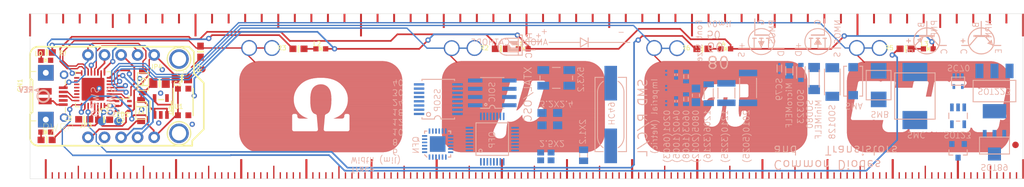
<source format=kicad_pcb>
(kicad_pcb (version 20211014) (generator pcbnew)
  (layers (0 "F.Cu" signal) (1 "In1.Cu" signal) (2 "In2.Cu" signal) (3 "In3.Cu" signal) (4 "In4.Cu" signal) (5 "In5.Cu" signal) (6 "In6.Cu" signal) (7 "In7.Cu" signal) (8 "In8.Cu" signal) (9 "In9.Cu" signal) (10 "In10.Cu" signal) (11 "In11.Cu" signal) (12 "In12.Cu" signal) (13 "In13.Cu" signal) (14 "In14.Cu" signal) (31 "B.Cu" signal) (34 "B.Paste" user) (35 "F.Paste" user) (36 "B.SilkS" user "B.Silkscreen") (37 "F.SilkS" user "F.Silkscreen") (38 "B.Mask" user) (39 "F.Mask" user) (44 "Edge.Cuts" user))
  (net 0 "")
  (net 1 "GND")
  (net 2 "D+")
  (net 3 "D-")
  (net 4 "VBUS")
  (net 5 "N$6")
  (net 6 "VBAT")
  (net 7 "VOUT")
  (net 8 "~{RESET}")
  (net 9 "3.3V")
  (net 10 "N$3")
  (net 11 "N$4")
  (net 12 "D1_A0_PA02")
  (net 13 "N$1")
  (net 14 "VDDCORE")
  (net 15 "DOTSTAR_DATA")
  (net 16 "LED")
  (net 17 "D0_A4_PA08_SDA")
  (net 18 "DOTSTAR_CLOCK")
  (net 19 "D4_A2_PA06_TXD_MOSI")
  (net 20 "D3_A3_PA07_RXD_SCK")
  (net 21 "D2_A1_PA09_SCL_MISO")
  (net 22 "CAP3")
  (net 23 "CAP2")
  (net 24 "CAP1")
  (net 25 "CAP0")
  (net 26 "LED5")
  (net 27 "LED4")
  (net 28 "LED7")
  (net 29 "LED6")
  (net 30 "N$10")
  (net 31 "N$11")
  (net 32 "N$12")
  (net 33 "N$13")
  (footprint "boardEagle:0603-NO" (layer "F.Cu") (at 144.5641 97.7138 180)
    (fp_text reference "R2")
    (fp_text value "2.2K")
  )
  (footprint "boardEagle:EDGE-INCHES-TENTH" (layer "F.Cu") (at 123.1011 92.3036)
    (fp_text reference "E$19" hide)
    (fp_text value "" hide)
  )
  (footprint "boardEagle:1X05_ROUND_70" (layer "F.Cu") (at 86.2711 111.3282)
    (fp_text reference "JP3")
    (fp_text value "")
  )
  (footprint "boardEagle:1X05_ROUND_70" (layer "F.Cu") (at 86.2711 98.6536 180)
    (fp_text reference "JP4")
    (fp_text value "")
  )
  (footprint "boardEagle:CHIPLED_0603_NOOUTLINE" (layer "F.Cu") (at 74.7141 110.5281 -90)
    (fp_text reference "PWR0")
    (fp_text value "green")
  )
  (footprint "boardEagle:CHIPLED_0603_NOOUTLINE" (layer "F.Cu") (at 179.0827 97.7138 -90)
    (fp_text reference "L4")
    (fp_text value "green")
  )
  (footprint "boardEagle:TRINKET_M0_TOP" (layer "F.Cu") (at 98.9711 112.6236 90)
    (fp_text reference "U$20" hide)
    (fp_text value "" hide)
  )
  (footprint "boardEagle:EDGE-MILLIMETERS" (layer "F.Cu") (at 214.7141 117.7036)
    (fp_text reference "E$15" hide)
    (fp_text value "" hide)
  )
  (footprint "boardEagle:EDGE-INCHES-TENTH" (layer "F.Cu") (at 199.3011 92.3036)
    (fp_text reference "E$22" hide)
    (fp_text value "" hide)
  )
  (footprint "boardEagle:0603-NO" (layer "F.Cu") (at 175.5013 97.7138 180)
    (fp_text reference "R6")
    (fp_text value "10K")
  )
  (footprint "boardEagle:EDGE-MILLIMETERS" (layer "F.Cu") (at 144.7141 117.7036)
    (fp_text reference "E$8" hide)
    (fp_text value "" hide)
  )
  (footprint "boardEagle:APA102_2020" (layer "F.Cu") (at 86.6013 106.507282 180)
    (fp_text reference "LED1")
    (fp_text value "AP102-2020")
  )
  (footprint "boardEagle:4UCONN_20329_NARROW" (layer "F.Cu") (at 76.6191 105.0036 -90)
    (fp_text reference "CN1")
    (fp_text value "4U#20329")
  )
  (footprint "boardEagle:FIDUCIAL_1MM" (layer "F.Cu") (at 98.7425 100.8507 90)
    (fp_text reference "U$6" hide)
    (fp_text value "FIDUCIAL_1MM" hide)
  )
  (footprint "boardEagle:EDGE-MILLIMETERS" (layer "F.Cu") (at 94.7141 117.7036)
    (fp_text reference "E$3" hide)
    (fp_text value "" hide)
  )
  (footprint "boardEagle:EDGE-MILLIMETERS" (layer "F.Cu") (at 134.7141 117.7036)
    (fp_text reference "E$7" hide)
    (fp_text value "" hide)
  )
  (footprint "boardEagle:EDGE-MILLIMETERS" (layer "F.Cu") (at 174.7141 117.7036)
    (fp_text reference "E$11" hide)
    (fp_text value "" hide)
  )
  (footprint "boardEagle:MOUNTINGHOLE_2.0_PLATED" (layer "F.Cu") (at 95.1611 99.2886 90)
    (fp_text reference "U$9" hide)
    (fp_text value "MOUNTINGHOLE2.0" hide)
  )
  (footprint "boardEagle:0805-NO" (layer "F.Cu") (at 95.6056 102.2731)
    (fp_text reference "C8")
    (fp_text value "10uF")
  )
  (footprint "boardEagle:0603-NO" (layer "F.Cu") (at 113.4999 97.7138 180)
    (fp_text reference "R3")
    (fp_text value "2.2K")
  )
  (footprint "boardEagle:CHIPLED_0603_NOOUTLINE" (layer "F.Cu") (at 147.9931 97.7138 -90)
    (fp_text reference "L1")
    (fp_text value "yellow")
  )
  (footprint "boardEagle:PYRULER_TOP" (layer "F.Cu") (at 72.3011 117.7036)
    (fp_text reference "U$14" hide)
    (fp_text value "" hide)
  )
  (footprint "boardEagle:CHIPLED_0603_NOOUTLINE" (layer "F.Cu") (at 74.7141 99.4791 -90)
    (fp_text reference "L0")
    (fp_text value "red")
  )
  (footprint "boardEagle:CHIPLED_0603_NOOUTLINE" (layer "F.Cu") (at 116.9289 97.7138 -90)
    (fp_text reference "L2")
    (fp_text value "red")
  )
  (footprint "boardEagle:0603-NO" (layer "F.Cu") (at 98.4631 98.1456 -90)
    (fp_text reference "R7")
    (fp_text value "2M")
  )
  (footprint "boardEagle:EDGE-MILLIMETERS" (layer "F.Cu") (at 84.7141 117.7036)
    (fp_text reference "E$2" hide)
    (fp_text value "" hide)
  )
  (footprint "boardEagle:FIDUCIAL_1MM" (layer "F.Cu") (at 223.5581 112.4966)
    (fp_text reference "U$1" hide)
    (fp_text value "FIDUCIAL_1MM" hide)
  )
  (footprint "boardEagle:CHIPLED_0603_NOOUTLINE" (layer "F.Cu") (at 210.1723 97.7138 -90)
    (fp_text reference "L3")
    (fp_text value "blue")
  )
  (footprint "boardEagle:EDGE-MILLIMETERS" (layer "F.Cu") (at 164.7141 117.7036)
    (fp_text reference "E$10" hide)
    (fp_text value "" hide)
  )
  (footprint "boardEagle:0603-NO" (layer "F.Cu") (at 80.6196 108.5596 180)
    (fp_text reference "C3")
    (fp_text value "1uF")
  )
  (footprint "" (layer "F.Cu") (at 78.7781 111.0996)
    (fp_text reference "@HOLE0" hide)
    (fp_text value "")
  )
  (footprint "" (layer "F.Cu") (at 78.7781 98.9076)
    (fp_text reference "@HOLE1" hide)
    (fp_text value "")
  )
  (footprint "boardEagle:EDGE-MILLIMETERS" (layer "F.Cu") (at 114.7141 117.7036)
    (fp_text reference "E$5" hide)
    (fp_text value "" hide)
  )
  (footprint "boardEagle:EDGE-MILLIMETERS" (layer "F.Cu") (at 74.7141 117.7036)
    (fp_text reference "E$1" hide)
    (fp_text value "" hide)
  )
  (footprint "boardEagle:0603-NO" (layer "F.Cu") (at 74.8665 98.2726)
    (fp_text reference "R1")
    (fp_text value "2.2K")
  )
  (footprint "boardEagle:MOUNTINGHOLE_2.0_PLATED" (layer "F.Cu") (at 95.1611 110.7186 90)
    (fp_text reference "U$8" hide)
    (fp_text value "MOUNTINGHOLE2.0" hide)
  )
  (footprint "boardEagle:EDGE-INCHES-TENTH" (layer "F.Cu") (at 173.9011 92.3036)
    (fp_text reference "E$21" hide)
    (fp_text value "" hide)
  )
  (footprint "boardEagle:SOD-123FL" (layer "F.Cu") (at 89.6366 102.7684 90)
    (fp_text reference "D2")
    (fp_text value "SCHOTTKY")
  )
  (footprint "boardEagle:SOD-123FL" (layer "F.Cu") (at 89.3572 107.2134 -90)
    (fp_text reference "D3")
    (fp_text value "SCHOTTKY")
  )
  (footprint "boardEagle:QFN32_5MM" (layer "F.Cu") (at 81.96834 103.931719 180)
    (fp_text reference "IC3")
    (fp_text value "ATSAMD21E")
  )
  (footprint "boardEagle:EDGE-INCHES-TENTH" (layer "F.Cu") (at 148.5011 92.3036)
    (fp_text reference "E$20" hide)
    (fp_text value "" hide)
  )
  (footprint "boardEagle:EDGE-MILLIMETERS" (layer "F.Cu") (at 184.7141 117.7036)
    (fp_text reference "E$12" hide)
    (fp_text value "" hide)
  )
  (footprint "boardEagle:0603-NO" (layer "F.Cu") (at 206.6925 97.7138 180)
    (fp_text reference "R5")
    (fp_text value "10K")
  )
  (footprint "boardEagle:EDGE-MILLIMETERS" (layer "F.Cu") (at 104.7141 117.7036)
    (fp_text reference "E$4" hide)
    (fp_text value "" hide)
  )
  (footprint "boardEagle:EDGE-INCHES-TENTH" (layer "F.Cu") (at 97.7011 92.3036)
    (fp_text reference "E$18" hide)
    (fp_text value "" hide)
  )
  (footprint "boardEagle:BTN_KMR2_4.6X2.8" (layer "F.Cu") (at 95.801181 105.8926 90)
    (fp_text reference "Q2")
    (fp_text value "reset")
  )
  (footprint "boardEagle:SOT23-5" (layer "F.Cu") (at 92.3671 106.5911)
    (fp_text reference "U1")
    (fp_text value "AP2112K-3.3")
  )
  (footprint "boardEagle:EDGE-MILLIMETERS" (layer "F.Cu") (at 124.7141 117.7036)
    (fp_text reference "E$6" hide)
    (fp_text value "" hide)
  )
  (footprint "boardEagle:0603-NO" (layer "F.Cu") (at 74.8411 111.7346)
    (fp_text reference "R4")
    (fp_text value "10K")
  )
  (footprint "boardEagle:0603-NO" (layer "F.Cu") (at 83.6676 108.6231)
    (fp_text reference "C2")
    (fp_text value "1uF")
  )
  (footprint "boardEagle:EDGE-MILLIMETERS" (layer "F.Cu") (at 204.7141 117.7036)
    (fp_text reference "E$14" hide)
    (fp_text value "" hide)
  )
  (footprint "boardEagle:EDGE-INCHES-TENTH" (layer "F.Cu") (at 72.3011 92.3036)
    (fp_text reference "E$17" hide)
    (fp_text value "" hide)
  )
  (footprint "boardEagle:EDGE-MILLIMETERS" (layer "F.Cu") (at 194.7141 117.7036)
    (fp_text reference "E$13" hide)
    (fp_text value "" hide)
  )
  (footprint "boardEagle:EDGE-MILLIMETERS" (layer "F.Cu") (at 154.7141 117.7036)
    (fp_text reference "E$9" hide)
    (fp_text value "" hide)
  )
  (footprint "boardEagle:0805-NO" (layer "F.Cu") (at 92.1766 102.9716)
    (fp_text reference "C1")
    (fp_text value "10uF")
  )
  (footprint "boardEagle:SOD-323" (layer "B.Cu") (at 190.6143 101.346 90)
    (fp_text reference "E$48" hide)
    (fp_text value "" hide)
  )
  (footprint "boardEagle:HC49UP" (layer "B.Cu") (at 161.4297 107.823 -90)
    (fp_text reference "E$39" hide)
    (fp_text value "" hide)
  )
  (footprint "boardEagle:SMB-DIODE" (layer "B.Cu") (at 202.5523 103.3018 -90)
    (fp_text reference "E$44" hide)
    (fp_text value "" hide)
  )
  (footprint "boardEagle:PCBFEAT-REV-040" (layer "B.Cu") (at 74.3331 105.0036)
    (fp_text reference "U$7" hide)
    (fp_text value "" hide)
  )
  (footprint "boardEagle:PMOS-SYMB" (layer "B.Cu") (at 184.5437 96.5962 -90)
    (fp_text reference "E$51" hide)
    (fp_text value "" hide)
  )
  (footprint "boardEagle:NMOS-SYMB" (layer "B.Cu") (at 193.2305 96.5962 -90)
    (fp_text reference "E$50" hide)
    (fp_text value "" hide)
  )
  (footprint "boardEagle:CRYSTAL-SMD-5X3.2" (layer "B.Cu") (at 153.0731 102.1842 180)
    (fp_text reference "E$36" hide)
    (fp_text value "" hide)
  )
  (footprint "boardEagle:TSSOP16" (layer "B.Cu") (at 134.8613 105.5116 90)
    (fp_text reference "E$56" hide)
    (fp_text value "" hide)
  )
  (footprint "boardEagle:0402" (layer "B.Cu") (at 171.4627 101.7016 -90)
    (fp_text reference "E$61" hide)
    (fp_text value "" hide)
  )
  (footprint "boardEagle:SOD80C" (layer "B.Cu") (at 192.6463 102.2858 -90)
    (fp_text reference "E$49" hide)
    (fp_text value "" hide)
  )
  (footprint "boardEagle:PNP-SYMB" (layer "B.Cu") (at 209.9437 96.4946 -90)
    (fp_text reference "E$59" hide)
    (fp_text value "" hide)
  )
  (footprint "boardEagle:0603" (layer "B.Cu") (at 172.9867 105.4608 -90)
    (fp_text reference "E$24" hide)
    (fp_text value "" hide)
  )
  (footprint "boardEagle:QFN-24" (layer "B.Cu") (at 134.8613 112.3696)
    (fp_text reference "E$55" hide)
    (fp_text value "" hide)
  )
  (footprint "boardEagle:SC79_INFINEON" (layer "B.Cu") (at 187.3123 100.7364 -90)
    (fp_text reference "E$42" hide)
    (fp_text value "" hide)
  )
  (footprint "boardEagle:1210" (layer "B.Cu") (at 179.1843 104.521 90)
    (fp_text reference "E$27" hide)
    (fp_text value "" hide)
  )
  (footprint "boardEagle:B1,27" (layer "B.Cu") (at 85.8266 108.8771 -90)
    (fp_text reference "SWD0")
    (fp_text value "TPB1,27")
  )
  (footprint "boardEagle:DIODE-SYMB" (layer "B.Cu") (at 157.3657 97.2312)
    (fp_text reference "E$52" hide)
    (fp_text value "" hide)
  )
  (footprint "boardEagle:SMA-DIODE" (layer "B.Cu") (at 198.6407 102.6922 90)
    (fp_text reference "E$43" hide)
    (fp_text value "" hide)
  )
  (footprint "boardEagle:SOD-128" (layer "B.Cu") (at 195.4403 102.8192 -90)
    (fp_text reference "E$47" hide)
    (fp_text value "" hide)
  )
  (footprint "boardEagle:SC70" (layer "B.Cu") (at 214.7443 102.6922)
    (fp_text reference "E$35" hide)
    (fp_text value "" hide)
  )
  (footprint "boardEagle:SOT223" (layer "B.Cu") (at 220.3323 104.2162)
    (fp_text reference "E$31" hide)
    (fp_text value "" hide)
  )
  (footprint "boardEagle:0603" (layer "B.Cu") (at 172.9867 101.981 -90)
    (fp_text reference "E$62" hide)
    (fp_text value "" hide)
  )
  (footprint "boardEagle:0201" (layer "B.Cu") (at 169.9387 101.3968 -90)
    (fp_text reference "E$60" hide)
    (fp_text value "" hide)
  )
  (footprint "boardEagle:TQFP32-5MM" (layer "B.Cu") (at 143.2433 111.6076)
    (fp_text reference "E$58" hide)
    (fp_text value "" hide)
  )
  (footprint "boardEagle:0805" (layer "B.Cu") (at 174.5107 104.8766 -90)
    (fp_text reference "E$25" hide)
    (fp_text value "" hide)
  )
  (footprint "boardEagle:XTAL-2X1.2" (layer "B.Cu") (at 157.2641 114.0968 -90)
    (fp_text reference "E$40" hide)
    (fp_text value "" hide)
  )
  (footprint "boardEagle:0201" (layer "B.Cu") (at 169.9387 106.0704 -90)
    (fp_text reference "E$16" hide)
    (fp_text value "" hide)
  )
  (footprint "boardEagle:SOT23-5" (layer "B.Cu") (at 214.7443 108.0262)
    (fp_text reference "E$33" hide)
    (fp_text value "" hide)
  )
  (footprint "boardEagle:SMC" (layer "B.Cu") (at 208.1149 104.9782 -90)
    (fp_text reference "E$45" hide)
    (fp_text value "" hide)
  )
  (footprint "boardEagle:1206" (layer "B.Cu") (at 176.4665 104.6226 -90)
    (fp_text reference "E$26" hide)
    (fp_text value "" hide)
  )
  (footprint "boardEagle:MICROMELF-R" (layer "B.Cu") (at 188.8363 101.092 -90)
    (fp_text reference "E$41" hide)
    (fp_text value "" hide)
  )
  (footprint "boardEagle:CRYSTAL-SMD-2.5X2" (layer "B.Cu") (at 151.4729 114.2746 180)
    (fp_text reference "E$38" hide)
    (fp_text value "" hide)
  )
  (footprint "boardEagle:SO08" (layer "B.Cu") (at 143.2433 104.4956 90)
    (fp_text reference "E$57" hide)
    (fp_text value "" hide)
  )
  (footprint "boardEagle:SOT89" (layer "B.Cu") (at 220.3323 112.5982)
    (fp_text reference "E$32" hide)
    (fp_text value "" hide)
  )
  (footprint "boardEagle:2010" (layer "B.Cu") (at 182.5117 103.7336 -90)
    (fp_text reference "E$28" hide)
    (fp_text value "" hide)
  )
  (footprint "boardEagle:CRYSTAL-SMD-3.2X2.5" (layer "B.Cu") (at 152.0825 108.5342 180)
    (fp_text reference "E$37" hide)
    (fp_text value "" hide)
  )
  (footprint "boardEagle:SOT23-3" (layer "B.Cu") (at 214.7443 113.3602)
    (fp_text reference "E$34" hide)
    (fp_text value "" hide)
  )
  (footprint "boardEagle:0201" (layer "B.Cu") (at 169.9387 103.7336 -90)
    (fp_text reference "E$63" hide)
    (fp_text value "" hide)
  )
  (footprint "boardEagle:NPN-SYMB" (layer "B.Cu") (at 218.3003 96.4946 -90)
    (fp_text reference "E$54" hide)
    (fp_text value "" hide)
  )
  (footprint "boardEagle:PYRULER_BOTTOM" (layer "B.Cu") (at 72.3011 92.3036)
    (fp_text reference "U$2" hide)
    (fp_text value "" hide)
  )
  (footprint "boardEagle:0402" (layer "B.Cu") (at 171.4627 105.7656 -90)
    (fp_text reference "E$23" hide)
    (fp_text value "" hide)
  )
  (footprint "boardEagle:B1,27" (layer "B.Cu") (at 83.3247 108.8771 -90)
    (fp_text reference "SWC0")
    (fp_text value "TPB1,27")
  )
  (footprint "boardEagle:LED-GUIDE" (layer "B.Cu") (at 147.8407 97.6884 -90)
    (fp_text reference "E$53" hide)
    (fp_text value "" hide)
  )
  (gr_line (start 72.3011 111.3536) (end 72.3011 107.7976) (layer "F.SilkS") (width 0.254))
  (gr_arc (start 73.5711 112.6236) (mid 72.673074 112.251626) (end 72.3011 111.3536) (layer "F.SilkS") (width 0.254))
  (gr_line (start 73.5711 97.3836) (end 96.6851 97.3836) (layer "F.SilkS") (width 0.254))
  (gr_line (start 97.4471 101.4476) (end 98.9711 102.9716) (layer "F.SilkS") (width 0.254))
  (gr_line (start 72.6821 107.4166) (end 72.6821 102.5906) (layer "F.SilkS") (width 0.254))
  (gr_line (start 72.3011 102.2096) (end 72.3011 98.6536) (layer "F.SilkS") (width 0.254))
  (gr_line (start 72.3011 107.7976) (end 72.6821 107.4166) (layer "F.SilkS") (width 0.254))
  (gr_arc (start 72.3011 98.6536) (mid 72.673074 97.755574) (end 73.5711 97.3836) (layer "F.SilkS") (width 0.254))
  (gr_line (start 96.6851 97.3836) (end 97.4471 98.1456) (layer "F.SilkS") (width 0.254))
  (gr_line (start 97.4471 98.1456) (end 97.4471 101.4476) (layer "F.SilkS") (width 0.254))
  (gr_line (start 98.9711 102.9716) (end 98.9711 110.0836) (layer "F.SilkS") (width 0.254))
  (gr_line (start 97.1931 111.8616) (end 97.1931 112.6236) (layer "F.SilkS") (width 0.254))
  (gr_line (start 72.6821 102.5906) (end 72.3011 102.2096) (layer "F.SilkS") (width 0.254))
  (gr_line (start 97.1931 112.6236) (end 73.5711 112.6236) (layer "F.SilkS") (width 0.254))
  (gr_line (start 98.9711 110.0836) (end 97.1931 111.8616) (layer "F.SilkS") (width 0.254))
  (gr_line (start 224.7011 117.7036) (end 72.3011 117.7036) (layer "Edge.Cuts") (width 0.05))
  (gr_line (start 72.3011 102.2096) (end 72.3011 92.3036) (layer "Edge.Cuts") (width 0.05))
  (gr_line (start 72.6821 107.4166) (end 72.6821 102.5906) (layer "Edge.Cuts") (width 0.05))
  (gr_line (start 224.7011 92.3036) (end 224.7011 117.7036) (layer "Edge.Cuts") (width 0.05))
  (gr_line (start 72.3011 92.3036) (end 224.7011 92.3036) (layer "Edge.Cuts") (width 0.05))
  (gr_line (start 72.6821 102.5906) (end 72.3011 102.2096) (layer "Edge.Cuts") (width 0.05))
  (gr_line (start 72.3011 107.7976) (end 72.6821 107.4166) (layer "Edge.Cuts") (width 0.05))
  (gr_line (start 72.3011 117.7036) (end 72.3011 107.7976) (layer "Edge.Cuts") (width 0.05))
  (gr_text "SOIC" (at 143.7513 102.7176 -270) (layer "B.SilkS") (effects (font (size 0.9144 0.9144) (thickness 0.1016)) (justify left bottom mirror)))
  (gr_text "40" (at 127.8255 102.362 -180) (layer "B.SilkS") (effects (font (size 0.9144 0.9144) (thickness 0.1016)) (justify left bottom mirror)))
  (gr_text "QFP" (at 143.7513 110.3376 -270) (layer "B.SilkS") (effects (font (size 0.9144 0.9144) (thickness 0.1016)) (justify left bottom mirror)))
  (gr_text "Common Diodes\nand    Transistors" (at 186.2963 112.522 -180) (layer "B.SilkS") (effects (font (size 1.3716 1.3716) (thickness 0.1524)) (justify left bottom mirror)))
  (gr_text "Imperial (Metric)" (at 168.6687 102.2096 -270) (layer "B.SilkS") (effects (font (size 0.9144 0.9144) (thickness 0.1016)) (justify left bottom mirror)))
  (gr_text "SMC" (at 206.8449 110.4138 -180) (layer "B.SilkS") (effects (font (size 0.9144 0.9144) (thickness 0.1016)) (justify left bottom mirror)))
  (gr_text "2010(5025)" (at 182.7911 107.0356 -270) (layer "B.SilkS") (effects (font (size 0.9144 0.9144) (thickness 0.1016)) (justify left bottom mirror)))
  (gr_text "24" (at 127.8255 105.41 -180) (layer "B.SilkS") (effects (font (size 0.9144 0.9144) (thickness 0.1016)) (justify left bottom mirror)))
  (gr_text "2.5X2" (at 150.3807 111.7346 -180) (layer "B.SilkS") (effects (font (size 0.9144 0.9144) (thickness 0.1016)) (justify left bottom mirror)))
  (gr_text "SMB" (at 201.2569 107.2388 -180) (layer "B.SilkS") (effects (font (size 0.9144 0.9144) (thickness 0.1016)) (justify left bottom mirror)))
  (gr_text "SOD80" (at 192.5193 105.4608 -270) (layer "B.SilkS") (effects (font (size 0.9144 0.9144) (thickness 0.1016)) (justify left bottom mirror)))
  (gr_text "SOD323" (at 191.1223 103.8352 -270) (layer "B.SilkS") (effects (font (size 0.9144 0.9144) (thickness 0.1016)) (justify left bottom mirror)))
  (gr_text "30" (at 127.8255 103.886 -180) (layer "B.SilkS") (effects (font (size 0.9144 0.9144) (thickness 0.1016)) (justify left bottom mirror)))
  (gr_text "5X3.2" (at 157.3911 100.4062 -270) (layer "B.SilkS") (effects (font (size 0.9144 0.9144) (thickness 0.1016)) (justify left bottom mirror)))
  (gr_text "12" (at 127.8255 108.458 -180) (layer "B.SilkS") (effects (font (size 0.9144 0.9144) (thickness 0.1016)) (justify left bottom mirror)))
  (gr_text "HC49" (at 160.9725 109.5502 -90) (layer "B.SilkS") (effects (font (size 0.9144 0.9144) (thickness 0.1016)) (justify left bottom mirror)))
  (gr_text "SC79" (at 187.8203 102.108 -270) (layer "B.SilkS") (effects (font (size 0.9144 0.9144) (thickness 0.1016)) (justify left bottom mirror)))
  (gr_text "MicroMELF" (at 189.3443 102.8192 -270) (layer "B.SilkS") (effects (font (size 0.9144 0.9144) (thickness 0.1016)) (justify left bottom mirror)))
  (gr_text "SOD128" (at 195.9483 106.2228 -270) (layer "B.SilkS") (effects (font (size 0.9144 0.9144) (thickness 0.1016)) (justify left bottom mirror)))
  (gr_text "SMD R/C/L" (at 167.1447 102.2096 -270) (layer "B.SilkS") (effects (font (size 1.3716 1.3716) (thickness 0.1524)) (justify left bottom mirror)))
  (gr_text "10" (at 127.8255 109.982 -180) (layer "B.SilkS") (effects (font (size 0.9144 0.9144) (thickness 0.1016)) (justify left bottom mirror)))
  (gr_text "0201(0603)\n0402(1005)\n0603(1608)\n0805(2012)" (at 175.0187 107.0356 -270) (layer "B.SilkS") (effects (font (size 0.9144 0.9144) (thickness 0.1016)) (justify left bottom mirror)))
  (gr_text "SOT89" (at 218.1225 115.3922 -180) (layer "B.SilkS") (effects (font (size 0.9144 0.9144) (thickness 0.1016)) (justify left bottom mirror)))
  (gr_text "50" (at 176.0601 94.8436 -180) (layer "B.SilkS") (effects (font (size 1.143 1.143) (thickness 0.127)) (justify left bottom mirror)))
  (gr_text "40mil" (at 176.0601 93.2942 -180) (layer "B.SilkS") (effects (font (size 0.9144 0.9144) (thickness 0.1016)) (justify left bottom mirror)))
  (gr_text "60" (at 176.0601 96.6216 -180) (layer "B.SilkS") (effects (font (size 1.3716 1.3716) (thickness 0.1524)) (justify left bottom mirror)))
  (gr_text "1206(3216)" (at 176.7967 107.0356 -270) (layer "B.SilkS") (effects (font (size 0.9144 0.9144) (thickness 0.1016)) (justify left bottom mirror)))
  (gr_text "SC70" (at 212.9917 100.1014 -180) (layer "B.SilkS") (effects (font (size 0.9144 0.9144) (thickness 0.1016)) (justify left bottom mirror)))
  (gr_text "SOT223" (at 217.6653 103.7082 -180) (layer "B.SilkS") (effects (font (size 0.9144 0.9144) (thickness 0.1016)) (justify left bottom mirror)))
  (gr_text "SOT23" (at 212.4583 110.4138 -180) (layer "B.SilkS") (effects (font (size 0.9144 0.9144) (thickness 0.1016)) (justify left bottom mirror)))
  (gr_text "8" (at 127.8255 111.506 -180) (layer "B.SilkS") (effects (font (size 0.9144 0.9144) (thickness 0.1016)) (justify left bottom mirror)))
  (gr_text "2X1.2" (at 157.6705 108.458 -270) (layer "B.SilkS") (effects (font (size 0.9144 0.9144) (thickness 0.1016)) (justify left bottom mirror)))
  (gr_text "80" (at 176.0601 98.6536 -180) (layer "B.SilkS") (effects (font (size 1.8288 1.8288) (thickness 0.2032)) (justify left bottom mirror)))
  (gr_text "SSOP" (at 135.3693 103.7336 -270) (layer "B.SilkS") (effects (font (size 0.9144 0.9144) (thickness 0.1016)) (justify left bottom mirror)))
  (gr_text "XTAL/OSC" (at 149.3901 100.3808 -270) (layer "B.SilkS") (effects (font (size 1.143 1.143) (thickness 0.127)) (justify left bottom mirror)))
  (gr_text "6" (at 127.8255 113.03 -180) (layer "B.SilkS") (effects (font (size 0.9144 0.9144) (thickness 0.1016)) (justify left bottom mirror)))
  (gr_text "1210(3225)" (at 179.4891 107.0356 -270) (layer "B.SilkS") (effects (font (size 0.9144 0.9144) (thickness 0.1016)) (justify left bottom mirror)))
  (gr_text "SMA" (at 197.3453 105.9688 -180) (layer "B.SilkS") (effects (font (size 0.9144 0.9144) (thickness 0.1016)) (justify left bottom mirror)))
  (gr_text "MiniMELF" (at 193.8401 105.4608 -270) (layer "B.SilkS") (effects (font (size 0.9144 0.9144) (thickness 0.1016)) (justify left bottom mirror)))
  (gr_text "QFN" (at 132.0673 111.0996 -270) (layer "B.SilkS") (effects (font (size 0.9144 0.9144) (thickness 0.1016)) (justify left bottom mirror)))
  (gr_text "18" (at 127.8255 106.934 -180) (layer "B.SilkS") (effects (font (size 0.9144 0.9144) (thickness 0.1016)) (justify left bottom mirror)))
  (gr_text "Trace\nWidth (mil)" (at 121.4501 114.3 -180) (layer "B.SilkS") (effects (font (size 0.9144 0.9144) (thickness 0.1016)) (justify left bottom mirror)))
  (gr_text "3.2X2.4" (at 150.4315 105.6386 -180) (layer "B.SilkS") (effects (font (size 0.9144 0.9144) (thickness 0.1016)) (justify left bottom mirror)))
  (gr_text "Font Size" (at 175.5521 93.1672 -270) (layer "B.SilkS") (effects (font (size 0.9144 0.9144) (thickness 0.1016)) (justify left bottom mirror)))
  (segment (start 117.6789 97.7138) (end 119.0371 97.7138) (width 0.254) (layer "F.Cu") (net 1))
  (segment (start 82.770981 103.931719) (end 82.9056 103.7971) (width 0.254) (layer "F.Cu") (net 1))
  (segment (start 162.6489 97.7138) (end 165.7223 94.6404) (width 0.254) (layer "F.Cu") (net 1))
  (segment (start 148.8821 97.3836) (end 148.8821 97.7138) (width 0.254) (layer "F.Cu") (net 1))
  (segment (start 81.71834 106.431719) (end 81.71834 104.181719) (width 0.254) (layer "F.Cu") (net 1))
  (segment (start 75.8451 105.7536) (end 74.6191 105.7536) (width 0.254) (layer "F.Cu") (net 1))
  (segment (start 148.8821 97.7138) (end 162.6489 97.7138) (width 0.254) (layer "F.Cu") (net 1))
  (segment (start 119.0371 97.7138) (end 132.0419 97.7138) (width 0.254) (layer "F.Cu") (net 1))
  (segment (start 81.71834 104.181719) (end 81.71834 104.181719) (width 0.254) (layer "F.Cu") (net 1))
  (segment (start 77.3941 106.3036) (end 76.3951 106.3036) (width 0.254) (layer "F.Cu") (net 1))
  (segment (start 178.9811 96.2406) (end 179.8327 97.0922) (width 0.254) (layer "F.Cu") (net 1))
  (segment (start 83.21834 103.48436) (end 82.9056 103.7971) (width 0.254) (layer "F.Cu") (net 1))
  (segment (start 210.7311 96.6216) (end 210.9223 96.8128) (width 0.254) (layer "F.Cu") (net 1))
  (segment (start 83.21834 101.431719) (end 83.21834 103.48436) (width 0.254) (layer "F.Cu") (net 1))
  (segment (start 98.4631 99.1616) (end 97.0661 100.5586) (width 0.2032) (layer "F.Cu") (net 1))
  (segment (start 165.7223 94.6404) (end 172.097481 94.6404) (width 0.254) (layer "F.Cu") (net 1))
  (segment (start 210.9223 96.8128) (end 210.9223 97.7138) (width 0.254) (layer "F.Cu") (net 1))
  (segment (start 132.0419 97.7138) (end 133.3881 96.3676) (width 0.254) (layer "F.Cu") (net 1))
  (segment (start 147.1041 95.6056) (end 148.8821 97.3836) (width 0.254) (layer "F.Cu") (net 1))
  (segment (start 81.73737 104.086048) (end 81.791563 104.004942) (width 0.254) (layer "F.Cu") (net 1))
  (segment (start 148.7431 97.7138) (end 148.8821 97.7138) (width 0.254) (layer "F.Cu") (net 1))
  (segment (start 195.2879 97.7138) (end 197.2691 95.7326) (width 0.254) (layer "F.Cu") (net 1))
  (segment (start 172.097481 94.6404) (end 173.697681 96.2406) (width 0.254) (layer "F.Cu") (net 1))
  (segment (start 81.791563 104.004942) (end 81.96834 103.931719) (width 0.254) (layer "F.Cu") (net 1))
  (segment (start 81.96834 103.931719) (end 82.770981 103.931719) (width 0.254) (layer "F.Cu") (net 1))
  (segment (start 76.3951 106.3036) (end 75.8451 105.7536) (width 0.254) (layer "F.Cu") (net 1))
  (segment (start 98.4631 98.9956) (end 98.4631 99.1616) (width 0.2032) (layer "F.Cu") (net 1))
  (segment (start 173.697681 96.2406) (end 178.9811 96.2406) (width 0.254) (layer "F.Cu") (net 1))
  (segment (start 179.8327 97.0922) (end 179.8327 97.7138) (width 0.254) (layer "F.Cu") (net 1))
  (segment (start 81.71834 104.181719) (end 81.73737 104.086048) (width 0.254) (layer "F.Cu") (net 1))
  (segment (start 179.8327 97.7138) (end 195.2879 97.7138) (width 0.254) (layer "F.Cu") (net 1))
  (via (at 119.0371 97.7138) (size 0.8064) (drill 0.4) (layers "F.Cu" "B.Cu") (net 1))
  (via (at 92.5957 100.9269) (size 0.8001) (drill 0.3937) (layers "F.Cu" "B.Cu") (net 1))
  (via (at 92.0496 109.1311) (size 0.8001) (drill 0.3937) (layers "F.Cu" "B.Cu") (net 1))
  (via (at 97.1931 109.3216) (size 0.8001) (drill 0.3937) (layers "F.Cu" "B.Cu") (net 1))
  (via (at 84.6201 107.4801) (size 0.8001) (drill 0.3937) (layers "F.Cu" "B.Cu") (net 1))
  (via (at 89.4461 107.0483) (size 0.8001) (drill 0.3937) (layers "F.Cu" "B.Cu") (net 1))
  (via (at 89.1286 102.2731) (size 0.8001) (drill 0.3937) (layers "F.Cu" "B.Cu") (net 1))
  (via (at 97.5106 104.9401) (size 0.8001) (drill 0.3937) (layers "F.Cu" "B.Cu") (net 1))
  (via (at 147.1041 95.6056) (size 0.8064) (drill 0.4) (layers "F.Cu" "B.Cu") (net 1))
  (via (at 133.3881 96.3676) (size 0.8064) (drill 0.4) (layers "F.Cu" "B.Cu") (net 1))
  (via (at 197.2691 95.7326) (size 0.8064) (drill 0.4) (layers "F.Cu" "B.Cu") (net 1))
  (via (at 82.9056 103.7971) (size 0.8001) (drill 0.3937) (layers "F.Cu" "B.Cu") (net 1))
  (via (at 210.7311 96.6216) (size 0.8064) (drill 0.4) (layers "F.Cu" "B.Cu") (net 1))
  (via (at 92.3417 104.5337) (size 0.8001) (drill 0.3937) (layers "F.Cu" "B.Cu") (net 1))
  (segment (start 209.8421 95.7326) (end 210.7311 96.6216) (width 0.254) (layer "B.Cu") (net 1))
  (segment (start 133.3881 96.3676) (end 134.2771 95.4786) (width 0.254) (layer "B.Cu") (net 1))
  (segment (start 104.6861 95.0976) (end 116.4209 95.0976) (width 0.254) (layer "B.Cu") (net 1))
  (segment (start 146.9771 95.4786) (end 147.1041 95.6056) (width 0.254) (layer "B.Cu") (net 1))
  (segment (start 97.5106 104.9401) (end 97.5106 102.2731) (width 0.254) (layer "B.Cu") (net 1))
  (segment (start 97.5106 102.2731) (end 104.6861 95.0976) (width 0.254) (layer "B.Cu") (net 1))
  (segment (start 134.2771 95.4786) (end 146.9771 95.4786) (width 0.254) (layer "B.Cu") (net 1))
  (segment (start 116.4209 95.0976) (end 119.0371 97.7138) (width 0.254) (layer "B.Cu") (net 1))
  (segment (start 197.2691 95.7326) (end 209.8421 95.7326) (width 0.254) (layer "B.Cu") (net 1))
  (segment (start 77.4576 105.0671) (end 77.3941 105.0036) (width 0.254) (layer "F.Cu") (net 2))
  (segment (start 78.757718 105.681719) (end 78.1431 105.0671) (width 0.2032) (layer "F.Cu") (net 2))
  (segment (start 78.1431 105.0671) (end 77.4576 105.0671) (width 0.2032) (layer "F.Cu") (net 2))
  (segment (start 79.46834 105.681719) (end 78.757718 105.681719) (width 0.2032) (layer "F.Cu") (net 2))
  (segment (start 79.46834 105.181719) (end 78.892718 105.181719) (width 0.2032) (layer "F.Cu") (net 3))
  (segment (start 77.3941 104.3536) (end 78.0646 104.3536) (width 0.2032) (layer "F.Cu") (net 3))
  (segment (start 78.0646 104.3536) (end 78.892718 105.181719) (width 0.2032) (layer "F.Cu") (net 3))
  (segment (start 78.2531 102.8446) (end 78.2701 102.8446) (width 0.2032) (layer "F.Cu") (net 4))
  (segment (start 81.8261 96.8756) (end 88.9381 96.8756) (width 0.2032) (layer "F.Cu") (net 4))
  (segment (start 90.0811 99.179657) (end 89.6366 99.624157) (width 0.2032) (layer "F.Cu") (net 4))
  (segment (start 81.1911 97.5106) (end 81.8261 96.8756) (width 0.2032) (layer "F.Cu") (net 4))
  (segment (start 81.1911 98.6536) (end 81.1911 97.5106) (width 0.2032) (layer "F.Cu") (net 4))
  (segment (start 88.9381 96.8756) (end 90.0811 98.0186) (width 0.2032) (layer "F.Cu") (net 4))
  (segment (start 90.0811 98.0186) (end 90.0811 99.179657) (width 0.2032) (layer "F.Cu") (net 4))
  (segment (start 89.6366 99.624157) (end 89.6366 101.1309) (width 0.2032) (layer "F.Cu") (net 4))
  (segment (start 77.3941 103.7036) (end 78.2531 102.8446) (width 0.2032) (layer "F.Cu") (net 4))
  (via (at 78.2701 102.8446) (size 0.8064) (drill 0.4) (layers "F.Cu" "B.Cu") (net 4))
  (segment (start 80.74025 101.64445) (end 79.5401 102.8446) (width 0.2032) (layer "B.Cu") (net 4))
  (segment (start 78.2701 102.8446) (end 79.5401 102.8446) (width 0.2032) (layer "B.Cu") (net 4))
  (segment (start 80.74025 100.076138) (end 81.1911 99.625288) (width 0.2032) (layer "B.Cu") (net 4))
  (segment (start 80.74025 101.64445) (end 80.74025 100.076138) (width 0.2032) (layer "B.Cu") (net 4))
  (segment (start 81.1911 99.625288) (end 81.1911 98.6536) (width 0.2032) (layer "B.Cu") (net 4))
  (segment (start 73.9911 110.5281) (end 73.9641 110.5281) (width 0.254) (layer "F.Cu") (net 5))
  (segment (start 73.9911 111.7346) (end 73.9911 110.5281) (width 0.254) (layer "F.Cu") (net 5))
  (segment (start 81.661 111.3282) (end 81.1911 111.3282) (width 0.254) (layer "F.Cu") (net 6))
  (segment (start 82.9056 110.0836) (end 81.661 111.3282) (width 0.254) (layer "F.Cu") (net 6))
  (segment (start 88.6206 108.8509) (end 87.3879 110.0836) (width 0.254) (layer "F.Cu") (net 6))
  (segment (start 87.3879 110.0836) (end 82.9056 110.0836) (width 0.254) (layer "F.Cu") (net 6))
  (segment (start 88.6206 108.8509) (end 89.3572 108.8509) (width 0.254) (layer "F.Cu") (net 6))
  (segment (start 91.4146 107.8887) (end 91.4171 107.8912) (width 0.254) (layer "F.Cu") (net 7))
  (segment (start 89.3572 104.6853) (end 89.3572 105.5759) (width 0.254) (layer "F.Cu") (net 7))
  (segment (start 91.4171 107.4191) (end 91.4171 107.8912) (width 0.254) (layer "F.Cu") (net 7))
  (segment (start 93.3171 106.9213) (end 91.4146 106.9213) (width 0.254) (layer "F.Cu") (net 7))
  (segment (start 89.7923 104.4059) (end 89.6366 104.4059) (width 0.254) (layer "F.Cu") (net 7))
  (segment (start 89.3572 104.6853) (end 89.6366 104.4059) (width 0.254) (layer "F.Cu") (net 7))
  (segment (start 91.4146 106.9213) (end 91.4146 107.8887) (width 0.254) (layer "F.Cu") (net 7))
  (segment (start 91.2266 102.9716) (end 89.7923 104.4059) (width 0.254) (layer "F.Cu") (net 7))
  (segment (start 89.3572 105.3592) (end 91.4171 107.4191) (width 0.254) (layer "F.Cu") (net 7))
  (segment (start 89.3572 105.5759) (end 89.3572 105.3592) (width 0.254) (layer "F.Cu") (net 7))
  (segment (start 93.3171 107.8912) (end 93.3171 106.9213) (width 0.254) (layer "F.Cu") (net 7))
  (segment (start 88.2396 107.9246) (end 90.0049 107.9246) (width 0.254) (layer "F.Cu") (net 8))
  (segment (start 90.0049 107.9246) (end 90.3478 108.2675) (width 0.254) (layer "F.Cu") (net 8))
  (segment (start 80.71834 106.431719) (end 80.71834 106.93686) (width 0.2032) (layer "F.Cu") (net 8))
  (segment (start 91.3511 111.3282) (end 94.7367 107.9426) (width 0.254) (layer "F.Cu") (net 8))
  (segment (start 80.71834 106.93686) (end 80.4291 107.2261) (width 0.2032) (layer "F.Cu") (net 8))
  (segment (start 90.3478 109.3343) (end 91.2876 110.2741) (width 0.254) (layer "F.Cu") (net 8))
  (segment (start 91.2876 111.2647) (end 91.3511 111.3282) (width 0.254) (layer "F.Cu") (net 8))
  (segment (start 91.2876 110.2741) (end 91.2876 111.2647) (width 0.254) (layer "F.Cu") (net 8))
  (segment (start 90.3478 108.2675) (end 90.3478 109.3343) (width 0.254) (layer "F.Cu") (net 8))
  (segment (start 80.1751 107.2261) (end 80.1751 107.4547) (width 0.2032) (layer "F.Cu") (net 8))
  (segment (start 80.4291 107.2261) (end 80.1751 107.2261) (width 0.2032) (layer "F.Cu") (net 8))
  (segment (start 94.7367 107.9426) (end 95.001181 107.9426) (width 0.254) (layer "F.Cu") (net 8))
  (segment (start 87.9221 108.2421) (end 87.9221 108.4961) (width 0.254) (layer "F.Cu") (net 8))
  (segment (start 88.2396 107.9246) (end 87.9221 108.2421) (width 0.254) (layer "F.Cu") (net 8))
  (segment (start 95.001181 103.8426) (end 95.001181 107.9426) (width 0.254) (layer "F.Cu") (net 8))
  (via (at 80.1751 107.4547) (size 0.8001) (drill 0.3937) (layers "F.Cu" "B.Cu") (net 8))
  (via (at 87.9221 108.4961) (size 0.8001) (drill 0.3937) (layers "F.Cu" "B.Cu") (net 8))
  (segment (start 80.1751 106.5276) (end 80.1751 107.4547) (width 0.254) (layer "B.Cu") (net 8))
  (segment (start 87.9221 108.4961) (end 87.9221 107.2896) (width 0.254) (layer "B.Cu") (net 8))
  (segment (start 87.9221 107.2896) (end 85.6361 105.0036) (width 0.254) (layer "B.Cu") (net 8))
  (segment (start 81.6991 105.0036) (end 80.1751 106.5276) (width 0.254) (layer "B.Cu") (net 8))
  (segment (start 85.6361 105.0036) (end 81.6991 105.0036) (width 0.254) (layer "B.Cu") (net 8))
  (segment (start 82.6008 109.1819) (end 82.8176 108.9651) (width 0.254) (layer "F.Cu") (net 9))
  (segment (start 94.0181 106.299) (end 94.2213 106.0958) (width 0.254) (layer "F.Cu") (net 9))
  (segment (start 91.4171 105.7808) (end 91.9353 106.299) (width 0.254) (layer "F.Cu") (net 9))
  (segment (start 82.8176 108.6231) (end 82.8176 108.9796) (width 0.254) (layer "F.Cu") (net 9))
  (segment (start 90.5891 101.710375) (end 90.5891 101.7016) (width 0.254) (layer "F.Cu") (net 9))
  (segment (start 82.71834 108.460344) (end 82.71834 106.431719) (width 0.254) (layer "F.Cu") (net 9))
  (segment (start 88.2777 104.156732) (end 89.9541 102.480332) (width 0.254) (layer "F.Cu") (net 9))
  (segment (start 77.9136 109.5121) (end 82.2706 109.5121) (width 0.254) (layer "F.Cu") (net 9))
  (segment (start 87.0331 107.4801) (end 87.255918 107.257282) (width 0.254) (layer "F.Cu") (net 9))
  (segment (start 91.4171 105.291) (end 91.4171 105.7808) (width 0.254) (layer "F.Cu") (net 9))
  (segment (start 94.2213 104.429694) (end 94.220981 104.429375) (width 0.254) (layer "F.Cu") (net 9))
  (segment (start 82.7151 109.067597) (end 82.7151 108.7256) (width 0.254) (layer "F.Cu") (net 9))
  (segment (start 75.6911 111.7346) (end 77.9136 109.5121) (width 0.254) (layer "F.Cu") (net 9))
  (segment (start 83.01355 109.17555) (end 83.01355 108.755554) (width 0.254) (layer "F.Cu") (net 9))
  (segment (start 94.5896 102.2731) (end 94.6556 102.2731) (width 0.254) (layer "F.Cu") (net 9))
  (segment (start 83.71834 101.431719) (end 83.71834 100.82536) (width 0.254) (layer "F.Cu") (net 9))
  (segment (start 91.9353 106.299) (end 94.0181 106.299) (width 0.254) (layer "F.Cu") (net 9))
  (segment (start 83.4136 109.5756) (end 86.4616 109.5756) (width 0.254) (layer "F.Cu") (net 9))
  (segment (start 82.8176 108.9796) (end 83.01355 109.17555) (width 0.254) (layer "F.Cu") (net 9))
  (segment (start 88.2777 106.9975) (end 88.2777 104.156732) (width 0.254) (layer "F.Cu") (net 9))
  (segment (start 88.017918 107.257282) (end 88.2777 106.9975) (width 0.254) (layer "F.Cu") (net 9))
  (segment (start 87.255918 107.257282) (end 87.5513 107.257282) (width 0.254) (layer "F.Cu") (net 9))
  (segment (start 83.01355 109.17555) (end 83.4136 109.5756) (width 0.254) (layer "F.Cu") (net 9))
  (segment (start 94.220981 104.429375) (end 94.220981 102.641719) (width 0.254) (layer "F.Cu") (net 9))
  (segment (start 94.2213 106.0958) (end 94.2213 104.429694) (width 0.254) (layer "F.Cu") (net 9))
  (segment (start 88.017918 107.257282) (end 87.5513 107.257282) (width 0.254) (layer "F.Cu") (net 9))
  (segment (start 82.7151 108.7256) (end 82.8176 108.6231) (width 0.254) (layer "F.Cu") (net 9))
  (segment (start 94.220981 102.641719) (end 94.5896 102.2731) (width 0.254) (layer "F.Cu") (net 9))
  (segment (start 90.5891 101.7016) (end 90.5891 99.4156) (width 0.2032) (layer "F.Cu") (net 9))
  (segment (start 82.2706 109.5121) (end 82.7151 109.067597) (width 0.254) (layer "F.Cu") (net 9))
  (segment (start 82.8176 108.9651) (end 82.8176 108.6231) (width 0.254) (layer "F.Cu") (net 9))
  (segment (start 87.0331 109.0041) (end 87.0331 107.4801) (width 0.254) (layer "F.Cu") (net 9))
  (segment (start 89.9541 102.480332) (end 89.9541 102.345375) (width 0.254) (layer "F.Cu") (net 9))
  (segment (start 83.01355 108.755554) (end 82.71834 108.460344) (width 0.254) (layer "F.Cu") (net 9))
  (segment (start 90.5891 99.4156) (end 91.3511 98.6536) (width 0.2032) (layer "F.Cu") (net 9))
  (segment (start 94.6556 101.8946) (end 94.6556 102.2731) (width 0.254) (layer "F.Cu") (net 9))
  (segment (start 94.6556 101.8946) (end 91.4146 98.6536) (width 0.254) (layer "F.Cu") (net 9))
  (segment (start 84.8741 99.6696) (end 85.0011 99.6696) (width 0.254) (layer "F.Cu") (net 9))
  (segment (start 89.9541 102.345375) (end 90.5891 101.710375) (width 0.254) (layer "F.Cu") (net 9))
  (segment (start 91.4146 98.6536) (end 91.3511 98.6536) (width 0.254) (layer "F.Cu") (net 9))
  (segment (start 84.8741 99.6696) (end 83.71834 100.82536) (width 0.254) (layer "F.Cu") (net 9))
  (segment (start 86.4616 109.5756) (end 87.0331 109.0041) (width 0.254) (layer "F.Cu") (net 9))
  (via (at 85.0011 99.6696) (size 0.8001) (drill 0.3937) (layers "F.Cu" "B.Cu") (net 9))
  (segment (start 89.9541 97.2566) (end 85.7631 97.2566) (width 0.254) (layer "B.Cu") (net 9))
  (segment (start 91.3511 98.6536) (end 89.9541 97.2566) (width 0.254) (layer "B.Cu") (net 9))
  (segment (start 85.7631 97.2566) (end 85.0011 98.0186) (width 0.254) (layer "B.Cu") (net 9))
  (segment (start 85.0011 98.0186) (end 85.0011 99.6696) (width 0.254) (layer "B.Cu") (net 9))
  (segment (start 83.21834 107.094341) (end 83.6041 107.4801) (width 0.254) (layer "F.Cu") (net 10))
  (segment (start 83.21834 106.431719) (end 83.21834 107.094341) (width 0.254) (layer "F.Cu") (net 10))
  (via (at 83.6041 107.4801) (size 0.8001) (drill 0.3937) (layers "F.Cu" "B.Cu") (net 10))
  (segment (start 83.3247 107.6325) (end 83.3247 108.8771) (width 0.254) (layer "B.Cu") (net 10))
  (segment (start 83.4771 107.4801) (end 83.3247 107.6325) (width 0.254) (layer "B.Cu") (net 10))
  (segment (start 83.6041 107.4801) (end 83.4771 107.4801) (width 0.254) (layer "B.Cu") (net 10))
  (segment (start 83.71834 106.431719) (end 84.587718 106.431719) (width 0.254) (layer "F.Cu") (net 11))
  (segment (start 84.587718 106.431719) (end 84.6201 106.4641) (width 0.254) (layer "F.Cu") (net 11))
  (via (at 84.6201 106.4641) (size 0.8001) (drill 0.3937) (layers "F.Cu" "B.Cu") (net 11))
  (segment (start 85.8266 108.8771) (end 85.8266 107.3531) (width 0.254) (layer "B.Cu") (net 11))
  (segment (start 84.6201 106.4641) (end 84.9376 106.4641) (width 0.254) (layer "B.Cu") (net 11))
  (segment (start 85.8266 107.3531) (end 84.9376 106.4641) (width 0.254) (layer "B.Cu") (net 11))
  (segment (start 88.3031 103.0986) (end 88.3031 100.558613) (width 0.254) (layer "F.Cu") (net 12))
  (segment (start 86.398087 98.6536) (end 86.2711 98.6536) (width 0.254) (layer "F.Cu") (net 12))
  (segment (start 87.7951 103.6066) (end 88.3031 103.0986) (width 0.254) (layer "F.Cu") (net 12))
  (segment (start 86.9061 105.2576) (end 87.4141 105.2576) (width 0.2032) (layer "F.Cu") (net 12))
  (segment (start 86.330218 104.681719) (end 86.9061 105.2576) (width 0.2032) (layer "F.Cu") (net 12))
  (segment (start 87.4141 105.2576) (end 87.7951 104.8766) (width 0.2032) (layer "F.Cu") (net 12))
  (segment (start 87.7951 104.8766) (end 87.7951 103.6066) (width 0.2032) (layer "F.Cu") (net 12))
  (segment (start 84.46834 104.681719) (end 86.330218 104.681719) (width 0.2032) (layer "F.Cu") (net 12))
  (segment (start 88.3031 100.558613) (end 86.398087 98.6536) (width 0.254) (layer "F.Cu") (net 12))
  (segment (start 73.9641 99.4791) (end 74.0165 99.4267) (width 0.254) (layer "F.Cu") (net 13))
  (segment (start 74.0165 99.4267) (end 74.0165 98.2726) (width 0.254) (layer "F.Cu") (net 13))
  (segment (start 81.4696 108.2811) (end 81.4696 108.5596) (width 0.254) (layer "F.Cu") (net 14))
  (segment (start 82.21834 107.53236) (end 81.4696 108.2811) (width 0.254) (layer "F.Cu") (net 14))
  (segment (start 82.21834 106.431719) (end 82.21834 107.53236) (width 0.254) (layer "F.Cu") (net 14))
  (segment (start 84.46834 105.681719) (end 85.35734 105.681719) (width 0.254) (layer "F.Cu") (net 15))
  (segment (start 85.432903 105.757282) (end 85.6513 105.757282) (width 0.254) (layer "F.Cu") (net 15))
  (segment (start 85.432903 105.757282) (end 85.35734 105.681719) (width 0.254) (layer "F.Cu") (net 15))
  (segment (start 75.7165 98.2726) (end 75.7165 97.1922) (width 0.254) (layer "F.Cu") (net 16))
  (segment (start 81.6991 101.412479) (end 81.6991 100.812604) (width 0.2032) (layer "F.Cu") (net 16))
  (segment (start 81.6991 100.812604) (end 81.6991 100.2411) (width 0.254) (layer "F.Cu") (net 16))
  (segment (start 81.71834 101.431719) (end 81.6991 101.412479) (width 0.2032) (layer "F.Cu") (net 16))
  (segment (start 75.7165 97.1922) (end 75.692 97.1677) (width 0.254) (layer "F.Cu") (net 16))
  (via (at 81.6991 100.2411) (size 0.8001) (drill 0.3937) (layers "F.Cu" "B.Cu") (net 16))
  (via (at 75.692 97.1677) (size 0.8001) (drill 0.3937) (layers "F.Cu" "B.Cu") (net 16))
  (segment (start 75.692 97.1677) (end 75.8571 97.0026) (width 0.2032) (layer "B.Cu") (net 16))
  (segment (start 81.8261 97.0026) (end 82.4611 97.6376) (width 0.2032) (layer "B.Cu") (net 16))
  (segment (start 82.4611 99.4791) (end 81.6991 100.2411) (width 0.2032) (layer "B.Cu") (net 16))
  (segment (start 75.8571 97.0026) (end 81.8261 97.0026) (width 0.2032) (layer "B.Cu") (net 16))
  (segment (start 82.4611 97.6376) (end 82.4611 99.4791) (width 0.2032) (layer "B.Cu") (net 16))
  (segment (start 83.7311 99.9236) (end 83.7311 98.6536) (width 0.254) (layer "F.Cu") (net 17))
  (segment (start 82.71834 101.431719) (end 82.71834 100.93636) (width 0.254) (layer "F.Cu") (net 17))
  (segment (start 82.71834 100.93636) (end 83.7311 99.9236) (width 0.254) (layer "F.Cu") (net 17))
  (segment (start 84.46834 105.181719) (end 86.195218 105.181719) (width 0.254) (layer "F.Cu") (net 18))
  (segment (start 86.195218 105.181719) (end 86.3981 105.3846) (width 0.254) (layer "F.Cu") (net 18))
  (segment (start 86.164418 106.507282) (end 86.3981 106.2736) (width 0.254) (layer "F.Cu") (net 18))
  (segment (start 86.3981 105.3846) (end 86.3981 106.2736) (width 0.254) (layer "F.Cu") (net 18))
  (segment (start 85.6513 106.507282) (end 86.164418 106.507282) (width 0.254) (layer "F.Cu") (net 18))
  (segment (start 86.5251 101.8286) (end 85.8901 101.8286) (width 0.254) (layer "F.Cu") (net 19))
  (segment (start 85.8901 101.8286) (end 85.036981 102.681719) (width 0.254) (layer "F.Cu") (net 19))
  (segment (start 85.036981 102.681719) (end 84.46834 102.681719) (width 0.254) (layer "F.Cu") (net 19))
  (via (at 86.5251 101.8286) (size 0.8001) (drill 0.3937) (layers "F.Cu" "B.Cu") (net 19))
  (segment (start 90.5256 108.967094) (end 89.485293 110.0074) (width 0.254) (layer "B.Cu") (net 19))
  (segment (start 90.5256 105.8291) (end 90.5256 108.967094) (width 0.254) (layer "B.Cu") (net 19))
  (segment (start 86.5251 101.8286) (end 90.5256 105.8291) (width 0.254) (layer "B.Cu") (net 19))
  (segment (start 86.9061 111.3282) (end 86.2711 111.3282) (width 0.254) (layer "B.Cu") (net 19))
  (segment (start 89.485293 110.0074) (end 88.2269 110.0074) (width 0.254) (layer "B.Cu") (net 19))
  (segment (start 88.2269 110.0074) (end 86.9061 111.3282) (width 0.254) (layer "B.Cu") (net 19))
  (segment (start 87.5411 101.038719) (end 87.5411 101.5746) (width 0.254) (layer "F.Cu") (net 20))
  (segment (start 87.5411 101.038719) (end 85.61134 101.038719) (width 0.254) (layer "F.Cu") (net 20))
  (segment (start 85.61134 101.038719) (end 84.46834 102.181719) (width 0.254) (layer "F.Cu") (net 20))
  (via (at 87.5411 101.5746) (size 0.8001) (drill 0.3937) (layers "F.Cu" "B.Cu") (net 20))
  (segment (start 91.1606 105.6386) (end 91.1606 108.978685) (width 0.254) (layer "B.Cu") (net 20))
  (segment (start 91.1606 108.978685) (end 88.8111 111.328185) (width 0.254) (layer "B.Cu") (net 20))
  (segment (start 88.8111 111.328185) (end 88.8111 111.3282) (width 0.254) (layer "B.Cu") (net 20))
  (segment (start 91.1606 105.6386) (end 87.5411 102.0191) (width 0.254) (layer "B.Cu") (net 20))
  (segment (start 87.5411 102.0191) (end 87.5411 101.5746) (width 0.254) (layer "B.Cu") (net 20))
  (segment (start 82.21834 100.819416) (end 82.21834 101.431719) (width 0.2032) (layer "F.Cu") (net 21))
  (segment (start 88.8111 98.0186) (end 88.8111 98.6536) (width 0.2032) (layer "F.Cu") (net 21))
  (segment (start 83.306643 97.282) (end 88.0745 97.282) (width 0.2032) (layer "F.Cu") (net 21))
  (segment (start 82.4611 100.576657) (end 82.21834 100.819416) (width 0.2032) (layer "F.Cu") (net 21))
  (segment (start 88.0745 97.282) (end 88.8111 98.0186) (width 0.2032) (layer "F.Cu") (net 21))
  (segment (start 82.4611 98.127544) (end 83.306643 97.282) (width 0.2032) (layer "F.Cu") (net 21))
  (segment (start 82.4611 100.576657) (end 82.4611 98.127544) (width 0.2032) (layer "F.Cu") (net 21))
  (segment (start 199.0725 98.5012) (end 200.3425 99.7712) (width 0.2032) (layer "F.Cu") (net 22))
  (segment (start 86.831487 104.181719) (end 87.0405 104.390732) (width 0.2032) (layer "F.Cu") (net 22))
  (segment (start 84.46834 104.181719) (end 86.831487 104.181719) (width 0.2032) (layer "F.Cu") (net 22))
  (via (at 87.0405 104.390732) (size 0.8064) (drill 0.4) (layers "F.Cu" "B.Cu") (net 22))
  (via (at 202.7047 97.5868) (size 2.4384) (drill 2.032) (layers "F.Cu" "B.Cu") (net 22))
  (via (at 199.1995 97.5868) (size 2.4384) (drill 2.032) (layers "F.Cu" "B.Cu") (net 22))
  (segment (start 90.020837 99.983863) (end 91.687775 101.6508) (width 0.2032) (layer "B.Cu") (net 22))
  (segment (start 199.1995 97.5868) (end 202.7047 97.5868) (width 0.2032) (layer "B.Cu") (net 22))
  (segment (start 85.762018 104.089132) (end 84.8519 103.179013) (width 0.2032) (layer "B.Cu") (net 22))
  (segment (start 96.3549 101.6508) (end 104.3051 93.7006) (width 0.2032) (layer "B.Cu") (net 22))
  (segment (start 91.687775 101.6508) (end 96.3549 101.6508) (width 0.2032) (layer "B.Cu") (net 22))
  (segment (start 197.4215 97.5868) (end 193.5353 93.7006) (width 0.2032) (layer "B.Cu") (net 22))
  (segment (start 104.3051 93.7006) (end 193.5353 93.7006) (width 0.2032) (layer "B.Cu") (net 22))
  (segment (start 84.8519 101.082325) (end 85.950362 99.983863) (width 0.2032) (layer "B.Cu") (net 22))
  (segment (start 87.0405 104.390732) (end 86.7389 104.089132) (width 0.2032) (layer "B.Cu") (net 22))
  (segment (start 197.4215 97.5868) (end 199.1995 97.5868) (width 0.2032) (layer "B.Cu") (net 22))
  (segment (start 84.8519 101.082325) (end 84.8519 103.179013) (width 0.2032) (layer "B.Cu") (net 22))
  (segment (start 86.7389 104.089132) (end 85.762018 104.089132) (width 0.2032) (layer "B.Cu") (net 22))
  (segment (start 85.950362 99.983863) (end 90.020837 99.983863) (width 0.2032) (layer "B.Cu") (net 22))
  (segment (start 86.9347 103.381132) (end 86.6807 103.635132) (width 0.2032) (layer "F.Cu") (net 23))
  (segment (start 84.46834 103.681719) (end 86.727287 103.681719) (width 0.2032) (layer "F.Cu") (net 23))
  (segment (start 86.727287 103.681719) (end 86.6807 103.635132) (width 0.2032) (layer "F.Cu") (net 23))
  (segment (start 168.1861 98.8314) (end 169.0497 99.695) (width 0.2032) (layer "F.Cu") (net 23))
  (via (at 171.6151 97.6122) (size 2.4384) (drill 2.032) (layers "F.Cu" "B.Cu") (net 23))
  (via (at 86.9347 103.381132) (size 0.8064) (drill 0.4) (layers "F.Cu" "B.Cu") (net 23))
  (via (at 168.1099 97.5868) (size 2.4384) (drill 2.032) (layers "F.Cu" "B.Cu") (net 23))
  (segment (start 104.465468 94.114969) (end 164.917468 94.114969) (width 0.2032) (layer "B.Cu") (net 23))
  (segment (start 86.9347 103.381132) (end 86.8077 103.508132) (width 0.2032) (layer "B.Cu") (net 23))
  (segment (start 89.862087 100.39985) (end 91.519437 102.0572) (width 0.2032) (layer "B.Cu") (net 23))
  (segment (start 168.1607 97.6376) (end 171.5897 97.6376) (width 0.2032) (layer "B.Cu") (net 23))
  (segment (start 86.109112 100.39985) (end 89.862087 100.39985) (width 0.2032) (layer "B.Cu") (net 23))
  (segment (start 168.1099 97.3074) (end 164.917468 94.114969) (width 0.2032) (layer "B.Cu") (net 23))
  (segment (start 85.2583 101.250663) (end 86.109112 100.39985) (width 0.2032) (layer "B.Cu") (net 23))
  (segment (start 91.519437 102.0572) (end 96.523237 102.0572) (width 0.2032) (layer "B.Cu") (net 23))
  (segment (start 168.1099 97.5868) (end 168.1099 97.3074) (width 0.2032) (layer "B.Cu") (net 23))
  (segment (start 96.523237 102.0572) (end 104.465468 94.114969) (width 0.2032) (layer "B.Cu") (net 23))
  (segment (start 168.1099 97.5868) (end 168.1607 97.6376) (width 0.2032) (layer "B.Cu") (net 23))
  (segment (start 171.5897 97.6376) (end 171.6151 97.6122) (width 0.2032) (layer "B.Cu") (net 23))
  (segment (start 86.8077 103.508132) (end 85.755756 103.508132) (width 0.2032) (layer "B.Cu") (net 23))
  (segment (start 85.755756 103.508132) (end 85.2583 103.010675) (width 0.2032) (layer "B.Cu") (net 23))
  (segment (start 85.2583 103.010675) (end 85.2583 101.250663) (width 0.2032) (layer "B.Cu") (net 23))
  (segment (start 84.46834 103.181719) (end 85.579318 103.181719) (width 0.2032) (layer "F.Cu") (net 24))
  (segment (start 136.6393 98.6028) (end 137.7823 99.7458) (width 0.2032) (layer "F.Cu") (net 24))
  (segment (start 85.579318 103.181719) (end 86.0457 102.715338) (width 0.2032) (layer "F.Cu") (net 24))
  (via (at 86.0457 102.715338) (size 0.8064) (drill 0.4) (layers "F.Cu" "B.Cu") (net 24))
  (via (at 137.0203 97.6122) (size 2.4384) (drill 2.032) (layers "F.Cu" "B.Cu") (net 24))
  (via (at 140.5255 97.5868) (size 2.4384) (drill 2.032) (layers "F.Cu" "B.Cu") (net 24))
  (segment (start 140.5001 97.6122) (end 140.5255 97.5868) (width 0.2032) (layer "B.Cu") (net 24))
  (segment (start 91.3511 102.4636) (end 96.691575 102.4636) (width 0.2032) (layer "B.Cu") (net 24))
  (segment (start 104.633806 94.521369) (end 130.144868 94.521369) (width 0.2032) (layer "B.Cu") (net 24))
  (segment (start 85.6647 101.419) (end 85.6647 102.334338) (width 0.2032) (layer "B.Cu") (net 24))
  (segment (start 86.0457 102.715338) (end 85.6647 102.334338) (width 0.2032) (layer "B.Cu") (net 24))
  (segment (start 133.2357 97.6122) (end 130.144868 94.521369) (width 0.2032) (layer "B.Cu") (net 24))
  (segment (start 96.691575 102.4636) (end 104.633806 94.521369) (width 0.2032) (layer "B.Cu") (net 24))
  (segment (start 85.6647 101.419) (end 86.27745 100.80625) (width 0.2032) (layer "B.Cu") (net 24))
  (segment (start 137.0203 97.6122) (end 140.5001 97.6122) (width 0.2032) (layer "B.Cu") (net 24))
  (segment (start 89.69375 100.80625) (end 91.3511 102.4636) (width 0.2032) (layer "B.Cu") (net 24))
  (segment (start 86.27745 100.80625) (end 89.69375 100.80625) (width 0.2032) (layer "B.Cu") (net 24))
  (segment (start 137.0203 97.6122) (end 133.2357 97.6122) (width 0.2032) (layer "B.Cu") (net 24))
  (segment (start 98.4631 97.2956) (end 98.4631 97.5868) (width 0.2032) (layer "F.Cu") (net 25))
  (segment (start 97.8027 97.5868) (end 98.4631 97.5868) (width 0.2032) (layer "F.Cu") (net 25))
  (segment (start 79.0575 96.4692) (end 96.6851 96.4692) (width 0.2032) (layer "F.Cu") (net 25))
  (segment (start 79.381031 100.3632) (end 78.175168 100.3632) (width 0.2032) (layer "F.Cu") (net 25))
  (segment (start 105.4989 98.4504) (end 106.7689 99.7204) (width 0.2032) (layer "F.Cu") (net 25))
  (segment (start 77.3225 98.2042) (end 79.0575 96.4692) (width 0.2032) (layer "F.Cu") (net 25))
  (segment (start 105.9307 97.5868) (end 109.4359 97.5868) (width 0.2032) (layer "F.Cu") (net 25))
  (segment (start 79.693631 100.0506) (end 79.381031 100.3632) (width 0.2032) (layer "F.Cu") (net 25))
  (segment (start 81.21834 101.431719) (end 81.21834 100.839841) (width 0.2032) (layer "F.Cu") (net 25))
  (segment (start 80.4291 100.0506) (end 79.693631 100.0506) (width 0.2032) (layer "F.Cu") (net 25))
  (segment (start 77.3225 99.510532) (end 77.3225 98.2042) (width 0.2032) (layer "F.Cu") (net 25))
  (segment (start 97.8027 97.5868) (end 96.6851 96.4692) (width 0.2032) (layer "F.Cu") (net 25))
  (segment (start 81.21834 100.839841) (end 80.4291 100.0506) (width 0.2032) (layer "F.Cu") (net 25))
  (segment (start 98.4631 97.5868) (end 105.9307 97.5868) (width 0.2032) (layer "F.Cu") (net 25))
  (segment (start 78.175168 100.3632) (end 77.3225 99.510532) (width 0.2032) (layer "F.Cu") (net 25))
  (via (at 105.9307 97.5868) (size 2.4384) (drill 2.032) (layers "F.Cu" "B.Cu") (net 25))
  (via (at 109.4359 97.5868) (size 2.4384) (drill 2.032) (layers "F.Cu" "B.Cu") (net 25))
  (segment (start 80.71834 100.914579) (end 80.268731 100.464969) (width 0.2032) (layer "F.Cu") (net 26))
  (segment (start 80.268731 100.464969) (end 79.854 100.464969) (width 0.2032) (layer "F.Cu") (net 26))
  (segment (start 79.854 100.464969) (end 79.549368 100.7696) (width 0.2032) (layer "F.Cu") (net 26))
  (segment (start 110.7821 95.0976) (end 112.1791 96.4946) (width 0.254) (layer "F.Cu") (net 26))
  (segment (start 76.9161 99.678869) (end 76.9161 97.654863) (width 0.2032) (layer "F.Cu") (net 26))
  (segment (start 78.711362 95.8596) (end 96.686162 95.8596) (width 0.254) (layer "F.Cu") (net 26))
  (segment (start 97.016362 96.1898) (end 98.3869 96.1898) (width 0.254) (layer "F.Cu") (net 26))
  (segment (start 143.7141 96.9146) (end 142.2781 95.4786) (width 0.254) (layer "F.Cu") (net 26))
  (segment (start 142.2781 95.4786) (end 128.6891 95.4786) (width 0.254) (layer "F.Cu") (net 26))
  (segment (start 78.006831 100.7696) (end 76.9161 99.678869) (width 0.2032) (layer "F.Cu") (net 26))
  (segment (start 80.71834 101.431719) (end 80.71834 100.914579) (width 0.2032) (layer "F.Cu") (net 26))
  (segment (start 128.6891 95.4786) (end 127.6731 96.4946) (width 0.254) (layer "F.Cu") (net 26))
  (segment (start 99.4791 95.0976) (end 110.7821 95.0976) (width 0.254) (layer "F.Cu") (net 26))
  (segment (start 96.686162 95.8596) (end 97.016362 96.1898) (width 0.254) (layer "F.Cu") (net 26))
  (segment (start 98.3869 96.1898) (end 99.4791 95.0976) (width 0.254) (layer "F.Cu") (net 26))
  (segment (start 127.6731 96.4946) (end 112.1791 96.4946) (width 0.254) (layer "F.Cu") (net 26))
  (segment (start 143.7141 97.7138) (end 143.7141 96.9146) (width 0.254) (layer "F.Cu") (net 26))
  (segment (start 76.9161 97.654863) (end 78.711362 95.8596) (width 0.254) (layer "F.Cu") (net 26))
  (segment (start 79.549368 100.7696) (end 78.006831 100.7696) (width 0.2032) (layer "F.Cu") (net 26))
  (segment (start 78.825381 101.431719) (end 78.7795 101.4776) (width 0.2032) (layer "F.Cu") (net 27))
  (segment (start 100.2411 95.6056) (end 110.5417 95.6056) (width 0.254) (layer "F.Cu") (net 27))
  (segment (start 99.7331 96.1136) (end 100.2411 95.6056) (width 0.254) (layer "F.Cu") (net 27))
  (segment (start 80.21834 101.431719) (end 78.825381 101.431719) (width 0.2032) (layer "F.Cu") (net 27))
  (segment (start 110.5417 95.6056) (end 112.6499 97.7138) (width 0.254) (layer "F.Cu") (net 27))
  (via (at 99.7331 96.1136) (size 0.8064) (drill 0.4) (layers "F.Cu" "B.Cu") (net 27))
  (via (at 78.7795 101.4776) (size 0.8064) (drill 0.4) (layers "F.Cu" "B.Cu") (net 27))
  (segment (start 74.98715 96.875738) (end 75.6031 96.259788) (width 0.2032) (layer "B.Cu") (net 27))
  (segment (start 75.6031 96.2406) (end 99.6061 96.2406) (width 0.254) (layer "B.Cu") (net 27))
  (segment (start 74.98715 97.459663) (end 74.98715 96.875738) (width 0.2032) (layer "B.Cu") (net 27))
  (segment (start 99.6061 96.2406) (end 99.7331 96.1136) (width 0.254) (layer "B.Cu") (net 27))
  (segment (start 78.7795 101.4776) (end 78.7795 101.252013) (width 0.2032) (layer "B.Cu") (net 27))
  (segment (start 75.6031 96.259788) (end 75.6031 96.2406) (width 0.2032) (layer "B.Cu") (net 27))
  (segment (start 78.7795 101.252013) (end 74.98715 97.459663) (width 0.2032) (layer "B.Cu") (net 27))
  (segment (start 78.3971 107.0356) (end 78.3971 106.800788) (width 0.2032) (layer "F.Cu") (net 28))
  (segment (start 205.590543 97.7138) (end 205.8425 97.7138) (width 0.254) (layer "F.Cu") (net 28))
  (segment (start 204.642921 98.661422) (end 205.590543 97.7138) (width 0.254) (layer "F.Cu") (net 28))
  (segment (start 78.867137 106.33075) (end 78.3971 106.800788) (width 0.2032) (layer "F.Cu") (net 28))
  (segment (start 80.117371 106.33075) (end 78.867137 106.33075) (width 0.2032) (layer "F.Cu") (net 28))
  (segment (start 80.21834 106.431719) (end 80.117371 106.33075) (width 0.2032) (layer "F.Cu") (net 28))
  (via (at 78.3971 107.0356) (size 0.8064) (drill 0.4) (layers "F.Cu" "B.Cu") (net 28))
  (via (at 204.642921 98.661422) (size 0.8064) (drill 0.4) (layers "F.Cu" "B.Cu") (net 28))
  (segment (start 103.0765 114.1062) (end 103.1113 114.0714) (width 0.254) (layer "B.Cu") (net 28))
  (segment (start 103.1113 114.0714) (end 118.187318 114.0714) (width 0.254) (layer "B.Cu") (net 28))
  (segment (start 200.6652 116.4665) (end 205.3971 111.7346) (width 0.254) (layer "B.Cu") (net 28))
  (segment (start 204.650743 98.6536) (end 204.642921 98.661422) (width 0.254) (layer "B.Cu") (net 28))
  (segment (start 118.187318 114.0714) (end 120.582418 116.4665) (width 0.254) (layer "B.Cu") (net 28))
  (segment (start 103.0765 114.1062) (end 78.8637 114.1062) (width 0.254) (layer "B.Cu") (net 28))
  (segment (start 77.2541 112.4966) (end 78.8637 114.1062) (width 0.2032) (layer "B.Cu") (net 28))
  (segment (start 77.2541 110.0836) (end 77.2541 112.4966) (width 0.2032) (layer "B.Cu") (net 28))
  (segment (start 78.4779 108.8598) (end 77.2541 110.0836) (width 0.2032) (layer "B.Cu") (net 28))
  (segment (start 205.0161 98.6536) (end 204.650743 98.6536) (width 0.254) (layer "B.Cu") (net 28))
  (segment (start 205.3971 99.0346) (end 205.0161 98.6536) (width 0.254) (layer "B.Cu") (net 28))
  (segment (start 205.3971 111.7346) (end 205.3971 99.0346) (width 0.254) (layer "B.Cu") (net 28))
  (segment (start 78.4779 107.90645) (end 78.4779 108.8598) (width 0.2032) (layer "B.Cu") (net 28))
  (segment (start 78.3971 107.82565) (end 78.4779 107.90645) (width 0.2032) (layer "B.Cu") (net 28))
  (segment (start 120.582418 116.4665) (end 200.6652 116.4665) (width 0.254) (layer "B.Cu") (net 28))
  (segment (start 78.3971 107.0356) (end 78.3971 107.82565) (width 0.2032) (layer "B.Cu") (net 28))
  (segment (start 81.21834 107.438135) (end 81.203275 107.4532) (width 0.2032) (layer "F.Cu") (net 29))
  (segment (start 174.3973 97.7138) (end 174.6513 97.7138) (width 0.254) (layer "F.Cu") (net 29))
  (segment (start 174.3973 97.7138) (end 172.4161 95.7326) (width 0.254) (layer "F.Cu") (net 29))
  (segment (start 166.2811 95.7326) (end 172.4161 95.7326) (width 0.254) (layer "F.Cu") (net 29))
  (segment (start 81.21834 106.431719) (end 81.21834 107.438135) (width 0.2032) (layer "F.Cu") (net 29))
  (segment (start 165.6461 96.3676) (end 166.2811 95.7326) (width 0.254) (layer "F.Cu") (net 29))
  (via (at 81.203275 107.4532) (size 0.8064) (drill 0.4) (layers "F.Cu" "B.Cu") (net 29))
  (via (at 165.6461 96.3676) (size 0.8064) (drill 0.4) (layers "F.Cu" "B.Cu") (net 29))
  (segment (start 164.5464 116.0093) (end 165.0111 115.5446) (width 0.254) (layer "B.Cu") (net 29))
  (segment (start 84.0453 113.5728) (end 118.5893 113.5728) (width 0.254) (layer "B.Cu") (net 29))
  (segment (start 165.0111 115.5446) (end 165.0111 96.7486) (width 0.254) (layer "B.Cu") (net 29))
  (segment (start 82.4611 111.9886) (end 84.0453 113.5728) (width 0.2032) (layer "B.Cu") (net 29))
  (segment (start 165.0111 96.7486) (end 165.3921 96.3676) (width 0.254) (layer "B.Cu") (net 29))
  (segment (start 81.203275 109.587775) (end 81.203275 107.4532) (width 0.2032) (layer "B.Cu") (net 29))
  (segment (start 121.0258 116.0093) (end 164.5464 116.0093) (width 0.254) (layer "B.Cu") (net 29))
  (segment (start 82.4611 111.9886) (end 82.4611 110.8456) (width 0.2032) (layer "B.Cu") (net 29))
  (segment (start 165.3921 96.3676) (end 165.6461 96.3676) (width 0.254) (layer "B.Cu") (net 29))
  (segment (start 82.4611 110.8456) (end 81.203275 109.587775) (width 0.2032) (layer "B.Cu") (net 29))
  (segment (start 118.5893 113.5728) (end 121.0258 116.0093) (width 0.254) (layer "B.Cu") (net 29))
  (segment (start 145.4141 97.7138) (end 147.2431 97.7138) (width 0.254) (layer "F.Cu") (net 30))
  (segment (start 114.3499 97.7138) (end 116.1789 97.7138) (width 0.254) (layer "F.Cu") (net 31))
  (segment (start 176.3513 97.7138) (end 178.3327 97.7138) (width 0.254) (layer "F.Cu") (net 32))
  (segment (start 207.5425 97.7138) (end 209.4223 97.7138) (width 0.254) (layer "F.Cu") (net 33))
)
</source>
